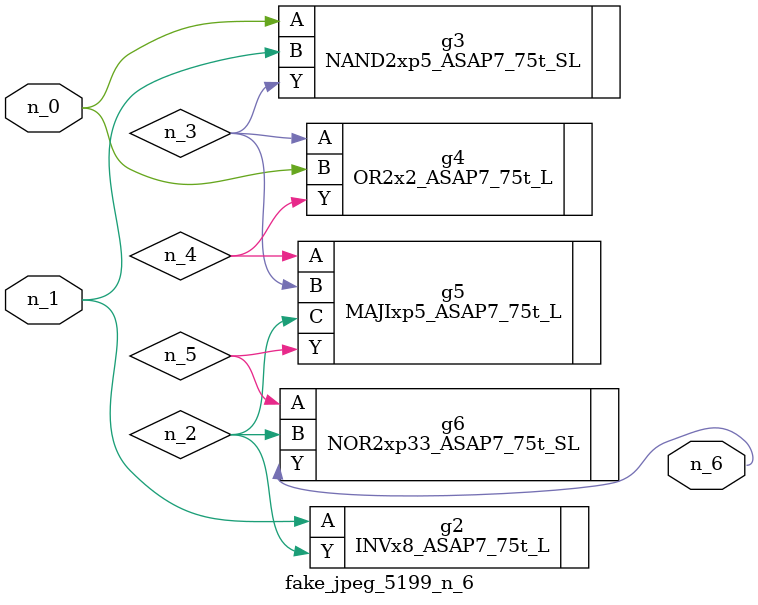
<source format=v>
module fake_jpeg_5199_n_6 (n_0, n_1, n_6);

input n_0;
input n_1;

output n_6;

wire n_2;
wire n_3;
wire n_4;
wire n_5;

INVx8_ASAP7_75t_L g2 ( 
.A(n_1),
.Y(n_2)
);

NAND2xp5_ASAP7_75t_SL g3 ( 
.A(n_0),
.B(n_1),
.Y(n_3)
);

OR2x2_ASAP7_75t_L g4 ( 
.A(n_3),
.B(n_0),
.Y(n_4)
);

MAJIxp5_ASAP7_75t_L g5 ( 
.A(n_4),
.B(n_3),
.C(n_2),
.Y(n_5)
);

NOR2xp33_ASAP7_75t_SL g6 ( 
.A(n_5),
.B(n_2),
.Y(n_6)
);


endmodule
</source>
